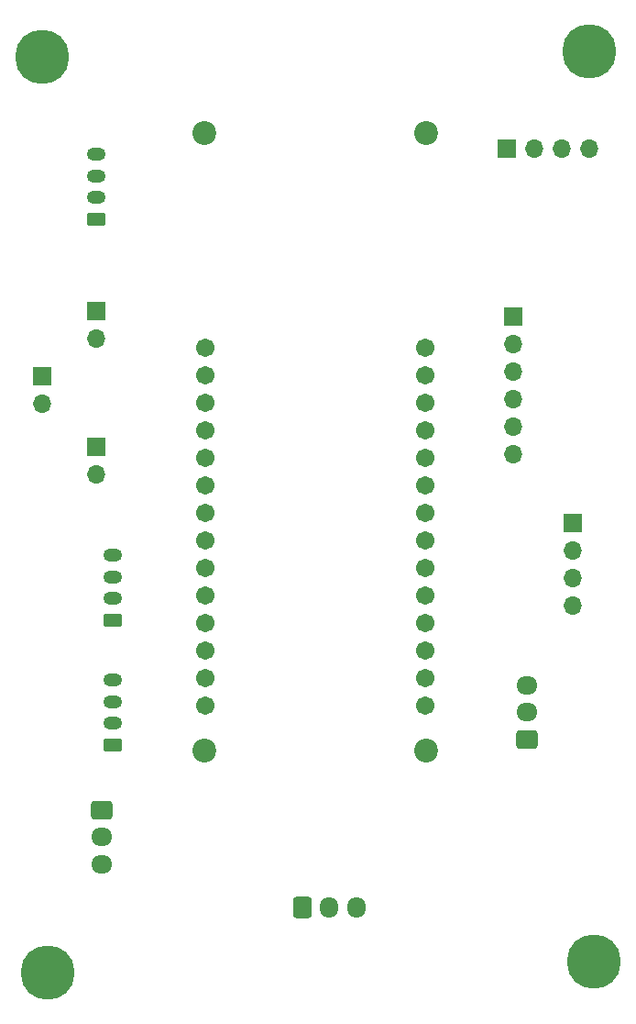
<source format=gbr>
%TF.GenerationSoftware,KiCad,Pcbnew,9.0.0*%
%TF.CreationDate,2025-03-11T09:25:04+01:00*%
%TF.ProjectId,farming_project,6661726d-696e-4675-9f70-726f6a656374,rev?*%
%TF.SameCoordinates,Original*%
%TF.FileFunction,Soldermask,Top*%
%TF.FilePolarity,Negative*%
%FSLAX46Y46*%
G04 Gerber Fmt 4.6, Leading zero omitted, Abs format (unit mm)*
G04 Created by KiCad (PCBNEW 9.0.0) date 2025-03-11 09:25:04*
%MOMM*%
%LPD*%
G01*
G04 APERTURE LIST*
G04 Aperture macros list*
%AMRoundRect*
0 Rectangle with rounded corners*
0 $1 Rounding radius*
0 $2 $3 $4 $5 $6 $7 $8 $9 X,Y pos of 4 corners*
0 Add a 4 corners polygon primitive as box body*
4,1,4,$2,$3,$4,$5,$6,$7,$8,$9,$2,$3,0*
0 Add four circle primitives for the rounded corners*
1,1,$1+$1,$2,$3*
1,1,$1+$1,$4,$5*
1,1,$1+$1,$6,$7*
1,1,$1+$1,$8,$9*
0 Add four rect primitives between the rounded corners*
20,1,$1+$1,$2,$3,$4,$5,0*
20,1,$1+$1,$4,$5,$6,$7,0*
20,1,$1+$1,$6,$7,$8,$9,0*
20,1,$1+$1,$8,$9,$2,$3,0*%
G04 Aperture macros list end*
%ADD10R,1.700000X1.700000*%
%ADD11O,1.700000X1.700000*%
%ADD12RoundRect,0.250000X0.625000X-0.350000X0.625000X0.350000X-0.625000X0.350000X-0.625000X-0.350000X0*%
%ADD13O,1.750000X1.200000*%
%ADD14RoundRect,0.250000X-0.725000X0.600000X-0.725000X-0.600000X0.725000X-0.600000X0.725000X0.600000X0*%
%ADD15O,1.950000X1.700000*%
%ADD16C,5.000000*%
%ADD17RoundRect,0.250000X-0.600000X-0.725000X0.600000X-0.725000X0.600000X0.725000X-0.600000X0.725000X0*%
%ADD18O,1.700000X1.950000*%
%ADD19C,2.200000*%
%ADD20C,1.712000*%
%ADD21RoundRect,0.250000X0.725000X-0.600000X0.725000X0.600000X-0.725000X0.600000X-0.725000X-0.600000X0*%
G04 APERTURE END LIST*
D10*
%TO.C,R2*%
X120000000Y-88000000D03*
D11*
X120000000Y-90540000D03*
%TD*%
D12*
%TO.C,J8*%
X121500000Y-115500000D03*
D13*
X121500000Y-113500000D03*
X121500000Y-111500000D03*
X121500000Y-109500000D03*
%TD*%
D14*
%TO.C,J5*%
X120500000Y-121500000D03*
D15*
X120500000Y-124000000D03*
X120500000Y-126500000D03*
%TD*%
D12*
%TO.C,J10*%
X121500000Y-104000000D03*
D13*
X121500000Y-102000000D03*
X121500000Y-100000000D03*
X121500000Y-98000000D03*
%TD*%
D16*
%TO.C,H1*%
X115000000Y-52000000D03*
%TD*%
D17*
%TO.C,J6*%
X139000000Y-130500000D03*
D18*
X141500000Y-130500000D03*
X144000000Y-130500000D03*
%TD*%
D10*
%TO.C,C1*%
X115000000Y-81500000D03*
D11*
X115000000Y-84040000D03*
%TD*%
D10*
%TO.C,R1*%
X120000000Y-75500000D03*
D11*
X120000000Y-78040000D03*
%TD*%
D19*
%TO.C,J1*%
X130000000Y-59000000D03*
X130000000Y-116000000D03*
X150500000Y-59000000D03*
X150500000Y-116000000D03*
D20*
X130090000Y-78884800D03*
X130090000Y-81424800D03*
X130090000Y-83964800D03*
X130090000Y-86504800D03*
X130090000Y-89044800D03*
X130090000Y-91584800D03*
X130090000Y-94124800D03*
X130090000Y-96664800D03*
X130090000Y-99204800D03*
X130090000Y-101744800D03*
X130090000Y-104284800D03*
X130090000Y-106824800D03*
X130090000Y-109364800D03*
X130090000Y-111904800D03*
X150410000Y-111904800D03*
X150410000Y-109364800D03*
X150410000Y-106824800D03*
X150410000Y-104284800D03*
X150410000Y-101744800D03*
X150410000Y-99204800D03*
X150410000Y-96664800D03*
X150410000Y-94124800D03*
X150410000Y-91584800D03*
X150410000Y-89044800D03*
X150410000Y-86504800D03*
X150410000Y-83964800D03*
X150410000Y-81424800D03*
X150410000Y-78884800D03*
%TD*%
D10*
%TO.C,J4*%
X158500000Y-76000000D03*
D11*
X158500000Y-78540000D03*
X158500000Y-81080000D03*
X158500000Y-83620000D03*
X158500000Y-86160000D03*
X158500000Y-88700000D03*
%TD*%
D16*
%TO.C,H3*%
X115500000Y-136500000D03*
%TD*%
D10*
%TO.C,J3*%
X164000000Y-95000000D03*
D11*
X164000000Y-97540000D03*
X164000000Y-100080000D03*
X164000000Y-102620000D03*
%TD*%
D21*
%TO.C,J7*%
X159750000Y-115000000D03*
D15*
X159750000Y-112500000D03*
X159750000Y-110000000D03*
%TD*%
D16*
%TO.C,H2*%
X165500000Y-51500000D03*
%TD*%
D10*
%TO.C,J2*%
X157920000Y-60500000D03*
D11*
X160460000Y-60500000D03*
X163000000Y-60500000D03*
X165540000Y-60500000D03*
%TD*%
D12*
%TO.C,J9*%
X120000000Y-67000000D03*
D13*
X120000000Y-65000000D03*
X120000000Y-63000000D03*
X120000000Y-61000000D03*
%TD*%
D16*
%TO.C,H4*%
X166000000Y-135500000D03*
%TD*%
M02*

</source>
